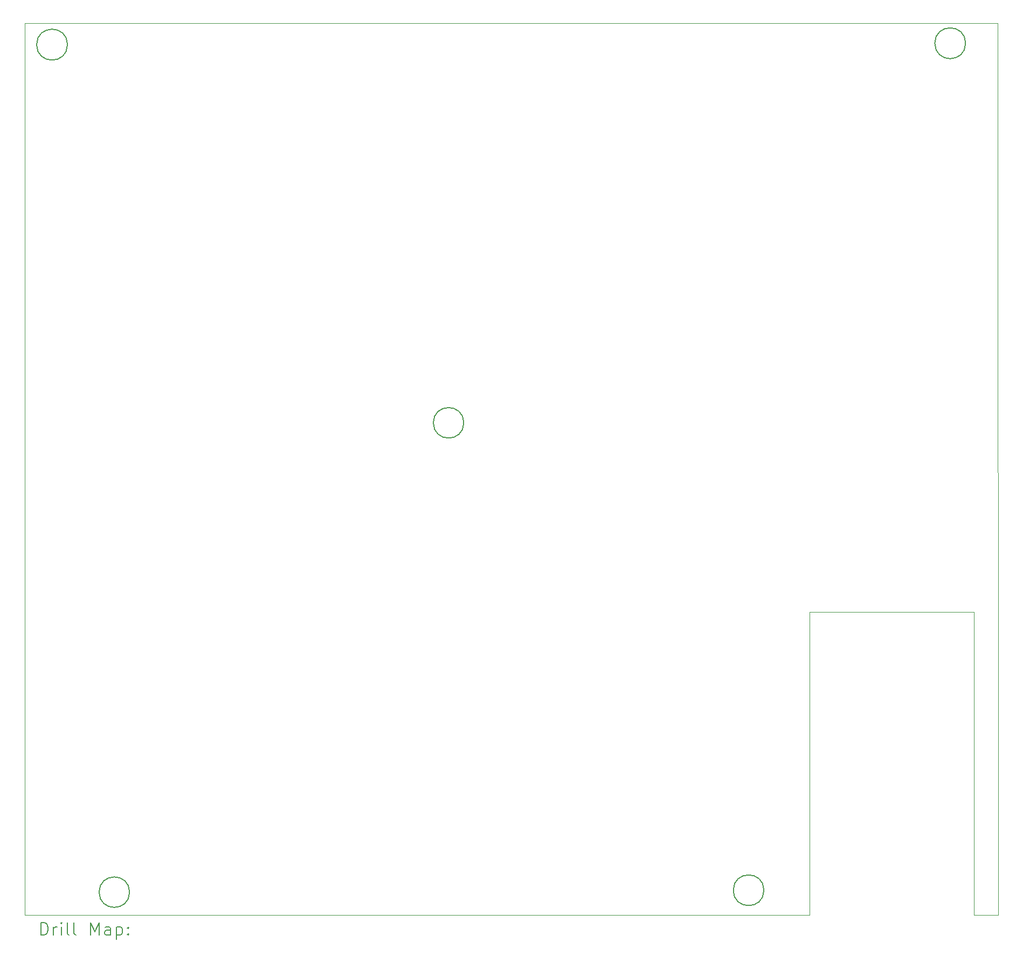
<source format=gbr>
%TF.GenerationSoftware,KiCad,Pcbnew,(6.0.8)*%
%TF.CreationDate,2023-03-21T03:17:26-04:00*%
%TF.ProjectId,pcb de prueba de dispositivos,70636220-6465-4207-9072-756562612064,rev?*%
%TF.SameCoordinates,Original*%
%TF.FileFunction,Drillmap*%
%TF.FilePolarity,Positive*%
%FSLAX45Y45*%
G04 Gerber Fmt 4.5, Leading zero omitted, Abs format (unit mm)*
G04 Created by KiCad (PCBNEW (6.0.8)) date 2023-03-21 03:17:26*
%MOMM*%
%LPD*%
G01*
G04 APERTURE LIST*
%ADD10C,0.200000*%
%ADD11C,0.100000*%
G04 APERTURE END LIST*
D10*
X10117513Y-8650000D02*
G75*
G03*
X10117513Y-8650000I-239174J0D01*
G01*
D11*
X18512500Y-16380000D02*
X18507500Y-2375000D01*
D10*
X3892501Y-2711661D02*
G75*
G03*
X3892501Y-2711661I-242502J0D01*
G01*
D11*
X18130000Y-11620000D02*
X18130000Y-16380000D01*
X3220000Y-16380000D02*
X15550000Y-16380000D01*
X15550000Y-16380000D02*
X15550000Y-11620000D01*
X3220000Y-2375000D02*
X3220000Y-16380000D01*
X15550000Y-11620000D02*
X18130000Y-11620000D01*
D10*
X14832552Y-15990000D02*
G75*
G03*
X14832552Y-15990000I-240891J0D01*
G01*
D11*
X18507500Y-2375000D02*
X3220000Y-2375000D01*
D10*
X18000116Y-2690000D02*
G75*
G03*
X18000116Y-2690000I-241777J0D01*
G01*
X4867513Y-16020000D02*
G75*
G03*
X4867513Y-16020000I-239174J0D01*
G01*
D11*
X18130000Y-16380000D02*
X18512500Y-16380000D01*
D10*
X3472619Y-16695476D02*
X3472619Y-16495476D01*
X3520238Y-16495476D01*
X3548809Y-16505000D01*
X3567857Y-16524048D01*
X3577381Y-16543095D01*
X3586905Y-16581190D01*
X3586905Y-16609762D01*
X3577381Y-16647857D01*
X3567857Y-16666905D01*
X3548809Y-16685952D01*
X3520238Y-16695476D01*
X3472619Y-16695476D01*
X3672619Y-16695476D02*
X3672619Y-16562143D01*
X3672619Y-16600238D02*
X3682143Y-16581190D01*
X3691667Y-16571667D01*
X3710714Y-16562143D01*
X3729762Y-16562143D01*
X3796428Y-16695476D02*
X3796428Y-16562143D01*
X3796428Y-16495476D02*
X3786905Y-16505000D01*
X3796428Y-16514524D01*
X3805952Y-16505000D01*
X3796428Y-16495476D01*
X3796428Y-16514524D01*
X3920238Y-16695476D02*
X3901190Y-16685952D01*
X3891667Y-16666905D01*
X3891667Y-16495476D01*
X4025000Y-16695476D02*
X4005952Y-16685952D01*
X3996428Y-16666905D01*
X3996428Y-16495476D01*
X4253571Y-16695476D02*
X4253571Y-16495476D01*
X4320238Y-16638333D01*
X4386905Y-16495476D01*
X4386905Y-16695476D01*
X4567857Y-16695476D02*
X4567857Y-16590714D01*
X4558333Y-16571667D01*
X4539286Y-16562143D01*
X4501190Y-16562143D01*
X4482143Y-16571667D01*
X4567857Y-16685952D02*
X4548810Y-16695476D01*
X4501190Y-16695476D01*
X4482143Y-16685952D01*
X4472619Y-16666905D01*
X4472619Y-16647857D01*
X4482143Y-16628809D01*
X4501190Y-16619286D01*
X4548810Y-16619286D01*
X4567857Y-16609762D01*
X4663095Y-16562143D02*
X4663095Y-16762143D01*
X4663095Y-16571667D02*
X4682143Y-16562143D01*
X4720238Y-16562143D01*
X4739286Y-16571667D01*
X4748810Y-16581190D01*
X4758333Y-16600238D01*
X4758333Y-16657381D01*
X4748810Y-16676428D01*
X4739286Y-16685952D01*
X4720238Y-16695476D01*
X4682143Y-16695476D01*
X4663095Y-16685952D01*
X4844048Y-16676428D02*
X4853571Y-16685952D01*
X4844048Y-16695476D01*
X4834524Y-16685952D01*
X4844048Y-16676428D01*
X4844048Y-16695476D01*
X4844048Y-16571667D02*
X4853571Y-16581190D01*
X4844048Y-16590714D01*
X4834524Y-16581190D01*
X4844048Y-16571667D01*
X4844048Y-16590714D01*
M02*

</source>
